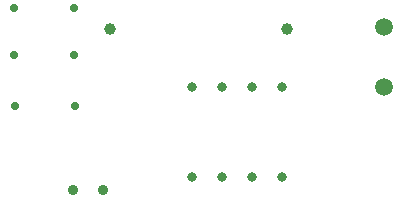
<source format=gbr>
%TF.GenerationSoftware,KiCad,Pcbnew,(7.0.0)*%
%TF.CreationDate,2024-12-22T02:59:59+00:00*%
%TF.ProjectId,LED Blinker,4c454420-426c-4696-9e6b-65722e6b6963,rev?*%
%TF.SameCoordinates,Original*%
%TF.FileFunction,Plated,1,2,PTH,Drill*%
%TF.FilePolarity,Positive*%
%FSLAX46Y46*%
G04 Gerber Fmt 4.6, Leading zero omitted, Abs format (unit mm)*
G04 Created by KiCad (PCBNEW (7.0.0)) date 2024-12-22 02:59:59*
%MOMM*%
%LPD*%
G01*
G04 APERTURE LIST*
%TA.AperFunction,ComponentDrill*%
%ADD10C,0.700000*%
%TD*%
%TA.AperFunction,ComponentDrill*%
%ADD11C,0.800000*%
%TD*%
%TA.AperFunction,ComponentDrill*%
%ADD12C,0.900000*%
%TD*%
%TA.AperFunction,ComponentDrill*%
%ADD13C,1.000000*%
%TD*%
%TA.AperFunction,ComponentDrill*%
%ADD14C,1.520000*%
%TD*%
G04 APERTURE END LIST*
D10*
%TO.C,R2*%
X143205200Y-78155800D03*
%TO.C,R1*%
X143230600Y-82067400D03*
%TO.C,R3*%
X143332200Y-86410800D03*
%TO.C,R2*%
X148285200Y-78155800D03*
%TO.C,R1*%
X148310600Y-82067400D03*
%TO.C,R3*%
X148412200Y-86410800D03*
D11*
%TO.C,U1*%
X158333600Y-84795200D03*
X158333600Y-92415200D03*
X160873600Y-84795200D03*
X160873600Y-92415200D03*
X163413600Y-84795200D03*
X163413600Y-92415200D03*
X165953600Y-84795200D03*
X165953600Y-92415200D03*
D12*
%TO.C,D1*%
X148259800Y-93522800D03*
X150799800Y-93522800D03*
D13*
%TO.C,C1*%
X151326200Y-79871500D03*
X166326200Y-79871500D03*
D14*
%TO.C,BT1*%
X174523400Y-79756000D03*
X174523400Y-84836000D03*
M02*

</source>
